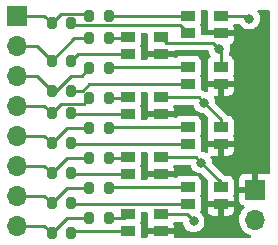
<source format=gtl>
%TF.GenerationSoftware,KiCad,Pcbnew,(6.0.0)*%
%TF.CreationDate,2022-03-13T20:48:30-04:00*%
%TF.ProjectId,dual LED board,6475616c-204c-4454-9420-626f6172642e,rev?*%
%TF.SameCoordinates,Original*%
%TF.FileFunction,Copper,L1,Top*%
%TF.FilePolarity,Positive*%
%FSLAX46Y46*%
G04 Gerber Fmt 4.6, Leading zero omitted, Abs format (unit mm)*
G04 Created by KiCad (PCBNEW (6.0.0)) date 2022-03-13 20:48:30*
%MOMM*%
%LPD*%
G01*
G04 APERTURE LIST*
G04 Aperture macros list*
%AMRoundRect*
0 Rectangle with rounded corners*
0 $1 Rounding radius*
0 $2 $3 $4 $5 $6 $7 $8 $9 X,Y pos of 4 corners*
0 Add a 4 corners polygon primitive as box body*
4,1,4,$2,$3,$4,$5,$6,$7,$8,$9,$2,$3,0*
0 Add four circle primitives for the rounded corners*
1,1,$1+$1,$2,$3*
1,1,$1+$1,$4,$5*
1,1,$1+$1,$6,$7*
1,1,$1+$1,$8,$9*
0 Add four rect primitives between the rounded corners*
20,1,$1+$1,$2,$3,$4,$5,0*
20,1,$1+$1,$4,$5,$6,$7,0*
20,1,$1+$1,$6,$7,$8,$9,0*
20,1,$1+$1,$8,$9,$2,$3,0*%
G04 Aperture macros list end*
%TA.AperFunction,SMDPad,CuDef*%
%ADD10RoundRect,0.200000X-0.200000X-0.275000X0.200000X-0.275000X0.200000X0.275000X-0.200000X0.275000X0*%
%TD*%
%TA.AperFunction,SMDPad,CuDef*%
%ADD11R,1.200000X0.900000*%
%TD*%
%TA.AperFunction,ComponentPad*%
%ADD12R,1.700000X1.700000*%
%TD*%
%TA.AperFunction,ComponentPad*%
%ADD13O,1.700000X1.700000*%
%TD*%
%TA.AperFunction,ViaPad*%
%ADD14C,0.800000*%
%TD*%
%TA.AperFunction,Conductor*%
%ADD15C,0.250000*%
%TD*%
G04 APERTURE END LIST*
D10*
%TO.P,R10,1*%
%TO.N,Net-(J2-Pad5)*%
X161735000Y-67945000D03*
%TO.P,R10,2*%
%TO.N,Net-(D5-Pad1)*%
X163385000Y-67945000D03*
%TD*%
D11*
%TO.P,D8,1,A1*%
%TO.N,Net-(D8-Pad1)*%
X164970000Y-75221000D03*
%TO.P,D8,2,K1*%
%TO.N,+3V3*%
X167770000Y-75221000D03*
%TO.P,D8,3,A2*%
%TO.N,GND*%
X167770000Y-76671000D03*
%TO.P,D8,4,K2*%
%TO.N,Net-(D8-Pad4)*%
X164970000Y-76671000D03*
%TD*%
%TO.P,D4,1,A1*%
%TO.N,Net-(D4-Pad1)*%
X164970000Y-65315000D03*
%TO.P,D4,2,K1*%
%TO.N,+3V3*%
X167770000Y-65315000D03*
%TO.P,D4,3,A2*%
%TO.N,GND*%
X167770000Y-66765000D03*
%TO.P,D4,4,K2*%
%TO.N,Net-(D4-Pad4)*%
X164970000Y-66765000D03*
%TD*%
D10*
%TO.P,R6,1*%
%TO.N,Net-(J2-Pad3)*%
X161735000Y-62865000D03*
%TO.P,R6,2*%
%TO.N,Net-(D3-Pad1)*%
X163385000Y-62865000D03*
%TD*%
%TO.P,R3,1*%
%TO.N,Net-(J2-Pad2)*%
X158560000Y-62230000D03*
%TO.P,R3,2*%
%TO.N,Net-(D2-Pad4)*%
X160210000Y-62230000D03*
%TD*%
D11*
%TO.P,D7,1,A1*%
%TO.N,Net-(D7-Pad1)*%
X170050000Y-72935000D03*
%TO.P,D7,2,K1*%
%TO.N,+3V3*%
X172850000Y-72935000D03*
%TO.P,D7,3,A2*%
%TO.N,GND*%
X172850000Y-74385000D03*
%TO.P,D7,4,K2*%
%TO.N,Net-(D7-Pad4)*%
X170050000Y-74385000D03*
%TD*%
%TO.P,D5,1,A1*%
%TO.N,Net-(D5-Pad1)*%
X170050000Y-67855000D03*
%TO.P,D5,2,K1*%
%TO.N,+3V3*%
X172850000Y-67855000D03*
%TO.P,D5,3,A2*%
%TO.N,GND*%
X172850000Y-69305000D03*
%TO.P,D5,4,K2*%
%TO.N,Net-(D5-Pad4)*%
X170050000Y-69305000D03*
%TD*%
D10*
%TO.P,R8,1*%
%TO.N,Net-(J2-Pad4)*%
X161735000Y-65405000D03*
%TO.P,R8,2*%
%TO.N,Net-(D4-Pad1)*%
X163385000Y-65405000D03*
%TD*%
D12*
%TO.P,J2,1,Pin_1*%
%TO.N,Net-(J2-Pad1)*%
X155575000Y-58420000D03*
D13*
%TO.P,J2,2,Pin_2*%
%TO.N,Net-(J2-Pad2)*%
X155575000Y-60960000D03*
%TO.P,J2,3,Pin_3*%
%TO.N,Net-(J2-Pad3)*%
X155575000Y-63500000D03*
%TO.P,J2,4,Pin_4*%
%TO.N,Net-(J2-Pad4)*%
X155575000Y-66040000D03*
%TO.P,J2,5,Pin_5*%
%TO.N,Net-(J2-Pad5)*%
X155575000Y-68580000D03*
%TO.P,J2,6,Pin_6*%
%TO.N,Net-(J2-Pad6)*%
X155575000Y-71120000D03*
%TO.P,J2,7,Pin_7*%
%TO.N,Net-(J2-Pad7)*%
X155575000Y-73660000D03*
%TO.P,J2,8,Pin_8*%
%TO.N,Net-(J2-Pad8)*%
X155575000Y-76200000D03*
%TD*%
D11*
%TO.P,D6,1,A1*%
%TO.N,Net-(D6-Pad1)*%
X164970000Y-70395000D03*
%TO.P,D6,2,K1*%
%TO.N,+3V3*%
X167770000Y-70395000D03*
%TO.P,D6,3,A2*%
%TO.N,GND*%
X167770000Y-71845000D03*
%TO.P,D6,4,K2*%
%TO.N,Net-(D6-Pad4)*%
X164970000Y-71845000D03*
%TD*%
D10*
%TO.P,R2,1*%
%TO.N,Net-(J2-Pad1)*%
X161735000Y-58420000D03*
%TO.P,R2,2*%
%TO.N,Net-(D1-Pad1)*%
X163385000Y-58420000D03*
%TD*%
%TO.P,R15,1*%
%TO.N,Net-(J2-Pad8)*%
X158560000Y-76835000D03*
%TO.P,R15,2*%
%TO.N,Net-(D8-Pad4)*%
X160210000Y-76835000D03*
%TD*%
%TO.P,R12,1*%
%TO.N,Net-(J2-Pad6)*%
X161735000Y-70485000D03*
%TO.P,R12,2*%
%TO.N,Net-(D6-Pad1)*%
X163385000Y-70485000D03*
%TD*%
%TO.P,R5,1*%
%TO.N,Net-(J2-Pad3)*%
X158560000Y-64770000D03*
%TO.P,R5,2*%
%TO.N,Net-(D3-Pad4)*%
X160210000Y-64770000D03*
%TD*%
%TO.P,R13,1*%
%TO.N,Net-(J2-Pad7)*%
X158560000Y-74295000D03*
%TO.P,R13,2*%
%TO.N,Net-(D7-Pad4)*%
X160210000Y-74295000D03*
%TD*%
%TO.P,R16,1*%
%TO.N,Net-(J2-Pad8)*%
X161735000Y-75565000D03*
%TO.P,R16,2*%
%TO.N,Net-(D8-Pad1)*%
X163385000Y-75565000D03*
%TD*%
D11*
%TO.P,D3,1,A1*%
%TO.N,Net-(D3-Pad1)*%
X170050000Y-62775000D03*
%TO.P,D3,2,K1*%
%TO.N,+3V3*%
X172850000Y-62775000D03*
%TO.P,D3,3,A2*%
%TO.N,GND*%
X172850000Y-64225000D03*
%TO.P,D3,4,K2*%
%TO.N,Net-(D3-Pad4)*%
X170050000Y-64225000D03*
%TD*%
D10*
%TO.P,R7,1*%
%TO.N,Net-(J2-Pad4)*%
X158560000Y-66675000D03*
%TO.P,R7,2*%
%TO.N,Net-(D4-Pad4)*%
X160210000Y-66675000D03*
%TD*%
%TO.P,R14,1*%
%TO.N,Net-(J2-Pad7)*%
X161735000Y-73025000D03*
%TO.P,R14,2*%
%TO.N,Net-(D7-Pad1)*%
X163385000Y-73025000D03*
%TD*%
%TO.P,R9,1*%
%TO.N,Net-(J2-Pad5)*%
X158560000Y-69215000D03*
%TO.P,R9,2*%
%TO.N,Net-(D5-Pad4)*%
X160210000Y-69215000D03*
%TD*%
D12*
%TO.P,J1,1,Pin_1*%
%TO.N,GND*%
X175768000Y-73147000D03*
D13*
%TO.P,J1,2,Pin_2*%
%TO.N,+3V3*%
X175768000Y-75687000D03*
%TD*%
D11*
%TO.P,D2,1,A1*%
%TO.N,Net-(D2-Pad1)*%
X164970000Y-60235000D03*
%TO.P,D2,2,K1*%
%TO.N,+3V3*%
X167770000Y-60235000D03*
%TO.P,D2,3,A2*%
%TO.N,GND*%
X167770000Y-61685000D03*
%TO.P,D2,4,K2*%
%TO.N,Net-(D2-Pad4)*%
X164970000Y-61685000D03*
%TD*%
D10*
%TO.P,R11,1*%
%TO.N,Net-(J2-Pad6)*%
X158560000Y-71755000D03*
%TO.P,R11,2*%
%TO.N,Net-(D6-Pad4)*%
X160210000Y-71755000D03*
%TD*%
%TO.P,R1,1*%
%TO.N,Net-(J2-Pad1)*%
X158560000Y-59055000D03*
%TO.P,R1,2*%
%TO.N,Net-(D1-Pad4)*%
X160210000Y-59055000D03*
%TD*%
D11*
%TO.P,D1,1,A1*%
%TO.N,Net-(D1-Pad1)*%
X170050000Y-58457000D03*
%TO.P,D1,2,K1*%
%TO.N,+3V3*%
X172850000Y-58457000D03*
%TO.P,D1,3,A2*%
%TO.N,GND*%
X172850000Y-59907000D03*
%TO.P,D1,4,K2*%
%TO.N,Net-(D1-Pad4)*%
X170050000Y-59907000D03*
%TD*%
D10*
%TO.P,R4,1*%
%TO.N,Net-(J2-Pad2)*%
X161735000Y-60325000D03*
%TO.P,R4,2*%
%TO.N,Net-(D2-Pad1)*%
X163385000Y-60325000D03*
%TD*%
D14*
%TO.N,+3V3*%
X170561000Y-75819000D03*
X172720000Y-61214000D03*
X171196000Y-70866000D03*
X175260000Y-58674000D03*
X171450000Y-65786000D03*
%TD*%
D15*
%TO.N,Net-(D1-Pad1)*%
X163385000Y-58420000D02*
X163422000Y-58457000D01*
X163422000Y-58457000D02*
X170050000Y-58457000D01*
%TO.N,+3V3*%
X172850000Y-67186000D02*
X171450000Y-65786000D01*
X172850000Y-61344000D02*
X172720000Y-61214000D01*
X172850000Y-72935000D02*
X172850000Y-72520000D01*
X169963000Y-75221000D02*
X170561000Y-75819000D01*
X167770000Y-75221000D02*
X169963000Y-75221000D01*
X172850000Y-58457000D02*
X175043000Y-58457000D01*
X170979000Y-65315000D02*
X171450000Y-65786000D01*
X170725000Y-70395000D02*
X171196000Y-70866000D01*
X168241000Y-60706000D02*
X167770000Y-60235000D01*
X175043000Y-58457000D02*
X175260000Y-58674000D01*
X172850000Y-67855000D02*
X172850000Y-67186000D01*
X172850000Y-72520000D02*
X171196000Y-70866000D01*
X167770000Y-70395000D02*
X170725000Y-70395000D01*
X172720000Y-61214000D02*
X172212000Y-60706000D01*
X167770000Y-65315000D02*
X170979000Y-65315000D01*
X172212000Y-60706000D02*
X168241000Y-60706000D01*
X172850000Y-62775000D02*
X172850000Y-61344000D01*
%TO.N,Net-(D1-Pad4)*%
X160374520Y-59219520D02*
X169362520Y-59219520D01*
X160210000Y-59055000D02*
X160374520Y-59219520D01*
X169362520Y-59219520D02*
X170050000Y-59907000D01*
%TO.N,Net-(D2-Pad1)*%
X163385000Y-60325000D02*
X164880000Y-60325000D01*
X164880000Y-60325000D02*
X164970000Y-60235000D01*
%TO.N,Net-(D2-Pad4)*%
X160755000Y-61685000D02*
X164970000Y-61685000D01*
X160210000Y-62230000D02*
X160755000Y-61685000D01*
%TO.N,Net-(D3-Pad1)*%
X163475000Y-62775000D02*
X170050000Y-62775000D01*
X163385000Y-62865000D02*
X163475000Y-62775000D01*
%TO.N,Net-(D3-Pad4)*%
X161698217Y-64225000D02*
X170050000Y-64225000D01*
X161153217Y-64770000D02*
X161698217Y-64225000D01*
X160210000Y-64770000D02*
X161153217Y-64770000D01*
%TO.N,Net-(D4-Pad1)*%
X163385000Y-65405000D02*
X164880000Y-65405000D01*
X164880000Y-65405000D02*
X164970000Y-65315000D01*
%TO.N,Net-(D4-Pad4)*%
X164970000Y-66765000D02*
X160300000Y-66765000D01*
X160300000Y-66765000D02*
X160210000Y-66675000D01*
%TO.N,Net-(D5-Pad1)*%
X163385000Y-67945000D02*
X163475000Y-67855000D01*
X163475000Y-67855000D02*
X170050000Y-67855000D01*
%TO.N,Net-(D5-Pad4)*%
X160300000Y-69305000D02*
X170050000Y-69305000D01*
X160210000Y-69215000D02*
X160300000Y-69305000D01*
%TO.N,Net-(D6-Pad1)*%
X163385000Y-70485000D02*
X164880000Y-70485000D01*
X164880000Y-70485000D02*
X164970000Y-70395000D01*
%TO.N,Net-(D6-Pad4)*%
X160300000Y-71845000D02*
X164970000Y-71845000D01*
X160210000Y-71755000D02*
X160300000Y-71845000D01*
%TO.N,Net-(D7-Pad1)*%
X163385000Y-73025000D02*
X163475000Y-72935000D01*
X163475000Y-72935000D02*
X170050000Y-72935000D01*
%TO.N,Net-(D7-Pad4)*%
X160300000Y-74385000D02*
X170050000Y-74385000D01*
X160210000Y-74295000D02*
X160300000Y-74385000D01*
%TO.N,Net-(D8-Pad1)*%
X164626000Y-75565000D02*
X164970000Y-75221000D01*
X163385000Y-75565000D02*
X164626000Y-75565000D01*
%TO.N,Net-(D8-Pad4)*%
X160210000Y-76835000D02*
X160374000Y-76671000D01*
X160374000Y-76671000D02*
X164970000Y-76671000D01*
%TO.N,Net-(J2-Pad1)*%
X157925000Y-58420000D02*
X158560000Y-59055000D01*
X158560000Y-59055000D02*
X159359520Y-58255480D01*
X155575000Y-58420000D02*
X157925000Y-58420000D01*
X161570480Y-58255480D02*
X161735000Y-58420000D01*
X159359520Y-58255480D02*
X161570480Y-58255480D01*
%TO.N,Net-(J2-Pad2)*%
X155575000Y-60960000D02*
X157290000Y-60960000D01*
X160465000Y-60325000D02*
X161735000Y-60325000D01*
X157290000Y-60960000D02*
X158560000Y-62230000D01*
X158560000Y-62230000D02*
X160465000Y-60325000D01*
%TO.N,Net-(J2-Pad3)*%
X158560000Y-64770000D02*
X158886783Y-64770000D01*
X155575000Y-63500000D02*
X157290000Y-63500000D01*
X160156783Y-63500000D02*
X161100000Y-63500000D01*
X161100000Y-63500000D02*
X161735000Y-62865000D01*
X158886783Y-64770000D02*
X160156783Y-63500000D01*
X157290000Y-63500000D02*
X158560000Y-64770000D01*
%TO.N,Net-(J2-Pad4)*%
X159359520Y-65875480D02*
X161264520Y-65875480D01*
X157925000Y-66040000D02*
X158560000Y-66675000D01*
X161264520Y-65875480D02*
X161735000Y-65405000D01*
X155575000Y-66040000D02*
X157925000Y-66040000D01*
X158560000Y-66675000D02*
X159359520Y-65875480D01*
%TO.N,Net-(J2-Pad5)*%
X155575000Y-68580000D02*
X157925000Y-68580000D01*
X157925000Y-68580000D02*
X158560000Y-69215000D01*
X159830000Y-67945000D02*
X161735000Y-67945000D01*
X158560000Y-69215000D02*
X159830000Y-67945000D01*
%TO.N,Net-(J2-Pad6)*%
X155575000Y-71120000D02*
X157925000Y-71120000D01*
X157925000Y-71120000D02*
X158560000Y-71755000D01*
X159830000Y-70485000D02*
X161735000Y-70485000D01*
X158560000Y-71755000D02*
X159830000Y-70485000D01*
%TO.N,Net-(J2-Pad7)*%
X155575000Y-73660000D02*
X157925000Y-73660000D01*
X158560000Y-74295000D02*
X159830000Y-73025000D01*
X159830000Y-73025000D02*
X161735000Y-73025000D01*
X157925000Y-73660000D02*
X158560000Y-74295000D01*
%TO.N,Net-(J2-Pad8)*%
X155575000Y-76200000D02*
X157925000Y-76200000D01*
X158560000Y-76835000D02*
X159830000Y-75565000D01*
X157925000Y-76200000D02*
X158560000Y-76835000D01*
X159830000Y-75565000D02*
X161735000Y-75565000D01*
%TD*%
%TA.AperFunction,Conductor*%
%TO.N,GND*%
G36*
X171683621Y-57932002D02*
G01*
X171730114Y-57985658D01*
X171741500Y-58038000D01*
X171741500Y-58955134D01*
X171748255Y-59017316D01*
X171751027Y-59024712D01*
X171751029Y-59024718D01*
X171793678Y-59138483D01*
X171798861Y-59209290D01*
X171793678Y-59226941D01*
X171751522Y-59339391D01*
X171747895Y-59354649D01*
X171742369Y-59405514D01*
X171742000Y-59412328D01*
X171742000Y-59634885D01*
X171746475Y-59650124D01*
X171747865Y-59651329D01*
X171755548Y-59653000D01*
X173939884Y-59653000D01*
X173955123Y-59648525D01*
X173956328Y-59647135D01*
X173957999Y-59639452D01*
X173957999Y-59412331D01*
X173957629Y-59405510D01*
X173952105Y-59354648D01*
X173948479Y-59339397D01*
X173918988Y-59260730D01*
X173913805Y-59189923D01*
X173947726Y-59127554D01*
X174009981Y-59093424D01*
X174036970Y-59090500D01*
X174378675Y-59090500D01*
X174446796Y-59110502D01*
X174487794Y-59153499D01*
X174520960Y-59210944D01*
X174525378Y-59215851D01*
X174525379Y-59215852D01*
X174617474Y-59318134D01*
X174648747Y-59352866D01*
X174725658Y-59408745D01*
X174787131Y-59453408D01*
X174803248Y-59465118D01*
X174809276Y-59467802D01*
X174809278Y-59467803D01*
X174935255Y-59523891D01*
X174977712Y-59542794D01*
X175071112Y-59562647D01*
X175158056Y-59581128D01*
X175158061Y-59581128D01*
X175164513Y-59582500D01*
X175355487Y-59582500D01*
X175361939Y-59581128D01*
X175361944Y-59581128D01*
X175448888Y-59562647D01*
X175542288Y-59542794D01*
X175584745Y-59523891D01*
X175710722Y-59467803D01*
X175710724Y-59467802D01*
X175716752Y-59465118D01*
X175732870Y-59453408D01*
X175794342Y-59408745D01*
X175871253Y-59352866D01*
X175902526Y-59318134D01*
X175994621Y-59215852D01*
X175994622Y-59215851D01*
X175999040Y-59210944D01*
X176094527Y-59045556D01*
X176153542Y-58863928D01*
X176173504Y-58674000D01*
X176153542Y-58484072D01*
X176094527Y-58302444D01*
X175999040Y-58137056D01*
X175985762Y-58122309D01*
X175955045Y-58058301D01*
X175963810Y-57987848D01*
X176009274Y-57933317D01*
X176079399Y-57912000D01*
X176912000Y-57912000D01*
X176980121Y-57932002D01*
X177026614Y-57985658D01*
X177038000Y-58038000D01*
X177038000Y-71730657D01*
X177017998Y-71798778D01*
X176964342Y-71845271D01*
X176894068Y-71855375D01*
X176864904Y-71845650D01*
X176864462Y-71846828D01*
X176735606Y-71798522D01*
X176720351Y-71794895D01*
X176669486Y-71789369D01*
X176662672Y-71789000D01*
X176040115Y-71789000D01*
X176024876Y-71793475D01*
X176023671Y-71794865D01*
X176022000Y-71802548D01*
X176022000Y-73275000D01*
X176001998Y-73343121D01*
X175948342Y-73389614D01*
X175896000Y-73401000D01*
X174428116Y-73401000D01*
X174412877Y-73405475D01*
X174411672Y-73406865D01*
X174410001Y-73414548D01*
X174410001Y-74041669D01*
X174410371Y-74048490D01*
X174415895Y-74099352D01*
X174419521Y-74114604D01*
X174464676Y-74235054D01*
X174473214Y-74250649D01*
X174549715Y-74352724D01*
X174562276Y-74365285D01*
X174664351Y-74441786D01*
X174679946Y-74450324D01*
X174788827Y-74491142D01*
X174845591Y-74533784D01*
X174870291Y-74600345D01*
X174855083Y-74669694D01*
X174835691Y-74696175D01*
X174730263Y-74806499D01*
X174708629Y-74829138D01*
X174582743Y-75013680D01*
X174547944Y-75088649D01*
X174493068Y-75206870D01*
X174488688Y-75216305D01*
X174428989Y-75431570D01*
X174405251Y-75653695D01*
X174405548Y-75658848D01*
X174405548Y-75658851D01*
X174410435Y-75743602D01*
X174418110Y-75876715D01*
X174419247Y-75881761D01*
X174419248Y-75881767D01*
X174429703Y-75928158D01*
X174467222Y-76094639D01*
X174551266Y-76301616D01*
X174667987Y-76492088D01*
X174814250Y-76660938D01*
X174986126Y-76803632D01*
X175179000Y-76916338D01*
X175183825Y-76918180D01*
X175183826Y-76918181D01*
X175325523Y-76972290D01*
X175382026Y-77015278D01*
X175406319Y-77081989D01*
X175390689Y-77151244D01*
X175340098Y-77201054D01*
X175280574Y-77216000D01*
X169004000Y-77216000D01*
X168935879Y-77195998D01*
X168889386Y-77142342D01*
X168878000Y-77090000D01*
X168878000Y-76943115D01*
X168873525Y-76927876D01*
X168872135Y-76926671D01*
X168864452Y-76925000D01*
X166680116Y-76925000D01*
X166664877Y-76929475D01*
X166663672Y-76930865D01*
X166662001Y-76938548D01*
X166662001Y-77090000D01*
X166641999Y-77158121D01*
X166588343Y-77204614D01*
X166536001Y-77216000D01*
X166204500Y-77216000D01*
X166136379Y-77195998D01*
X166089886Y-77142342D01*
X166078500Y-77090000D01*
X166078500Y-76172866D01*
X166071745Y-76110684D01*
X166068973Y-76103288D01*
X166068971Y-76103282D01*
X166026589Y-75990229D01*
X166021406Y-75919422D01*
X166026589Y-75901771D01*
X166068971Y-75788718D01*
X166068973Y-75788712D01*
X166071745Y-75781316D01*
X166078500Y-75719134D01*
X166078500Y-75144500D01*
X166098502Y-75076379D01*
X166152158Y-75029886D01*
X166204500Y-75018500D01*
X166535500Y-75018500D01*
X166603621Y-75038502D01*
X166650114Y-75092158D01*
X166661500Y-75144500D01*
X166661500Y-75719134D01*
X166668255Y-75781316D01*
X166671027Y-75788712D01*
X166671029Y-75788718D01*
X166713678Y-75902483D01*
X166718861Y-75973290D01*
X166713678Y-75990941D01*
X166671522Y-76103391D01*
X166667895Y-76118649D01*
X166662369Y-76169514D01*
X166662000Y-76176328D01*
X166662000Y-76398885D01*
X166666475Y-76414124D01*
X166667865Y-76415329D01*
X166675548Y-76417000D01*
X168859884Y-76417000D01*
X168875123Y-76412525D01*
X168876328Y-76411135D01*
X168877999Y-76403452D01*
X168877999Y-76176331D01*
X168877629Y-76169510D01*
X168872105Y-76118648D01*
X168868479Y-76103397D01*
X168838988Y-76024730D01*
X168833805Y-75953923D01*
X168867726Y-75891554D01*
X168929981Y-75857424D01*
X168956970Y-75854500D01*
X169537776Y-75854500D01*
X169605897Y-75874502D01*
X169652390Y-75928158D01*
X169663086Y-75967329D01*
X169667458Y-76008928D01*
X169726473Y-76190556D01*
X169821960Y-76355944D01*
X169826378Y-76360851D01*
X169826379Y-76360852D01*
X169944544Y-76492088D01*
X169949747Y-76497866D01*
X170104248Y-76610118D01*
X170110276Y-76612802D01*
X170110278Y-76612803D01*
X170272681Y-76685109D01*
X170278712Y-76687794D01*
X170372113Y-76707647D01*
X170459056Y-76726128D01*
X170459061Y-76726128D01*
X170465513Y-76727500D01*
X170656487Y-76727500D01*
X170662939Y-76726128D01*
X170662944Y-76726128D01*
X170749887Y-76707647D01*
X170843288Y-76687794D01*
X170849319Y-76685109D01*
X171011722Y-76612803D01*
X171011724Y-76612802D01*
X171017752Y-76610118D01*
X171172253Y-76497866D01*
X171177456Y-76492088D01*
X171295621Y-76360852D01*
X171295622Y-76360851D01*
X171300040Y-76355944D01*
X171395527Y-76190556D01*
X171454542Y-76008928D01*
X171456433Y-75990941D01*
X171473814Y-75825565D01*
X171474504Y-75819000D01*
X171466728Y-75745016D01*
X171455232Y-75635635D01*
X171455232Y-75635633D01*
X171454542Y-75629072D01*
X171395527Y-75447444D01*
X171300040Y-75282056D01*
X171288962Y-75269752D01*
X171176675Y-75145045D01*
X171176674Y-75145044D01*
X171172253Y-75140134D01*
X171166908Y-75136250D01*
X171165870Y-75135316D01*
X171128632Y-75074870D01*
X171132200Y-74997451D01*
X171134482Y-74991364D01*
X171151745Y-74945316D01*
X171158500Y-74883134D01*
X171158500Y-74879669D01*
X171742001Y-74879669D01*
X171742371Y-74886490D01*
X171747895Y-74937352D01*
X171751521Y-74952604D01*
X171796676Y-75073054D01*
X171805214Y-75088649D01*
X171881715Y-75190724D01*
X171894276Y-75203285D01*
X171996351Y-75279786D01*
X172011946Y-75288324D01*
X172132394Y-75333478D01*
X172147649Y-75337105D01*
X172198514Y-75342631D01*
X172205328Y-75343000D01*
X172577885Y-75343000D01*
X172593124Y-75338525D01*
X172594329Y-75337135D01*
X172596000Y-75329452D01*
X172596000Y-75324884D01*
X173104000Y-75324884D01*
X173108475Y-75340123D01*
X173109865Y-75341328D01*
X173117548Y-75342999D01*
X173494669Y-75342999D01*
X173501490Y-75342629D01*
X173552352Y-75337105D01*
X173567604Y-75333479D01*
X173688054Y-75288324D01*
X173703649Y-75279786D01*
X173805724Y-75203285D01*
X173818285Y-75190724D01*
X173894786Y-75088649D01*
X173903324Y-75073054D01*
X173948478Y-74952606D01*
X173952105Y-74937351D01*
X173957631Y-74886486D01*
X173958000Y-74879672D01*
X173958000Y-74657115D01*
X173953525Y-74641876D01*
X173952135Y-74640671D01*
X173944452Y-74639000D01*
X173122115Y-74639000D01*
X173106876Y-74643475D01*
X173105671Y-74644865D01*
X173104000Y-74652548D01*
X173104000Y-75324884D01*
X172596000Y-75324884D01*
X172596000Y-74657115D01*
X172591525Y-74641876D01*
X172590135Y-74640671D01*
X172582452Y-74639000D01*
X171760116Y-74639000D01*
X171744877Y-74643475D01*
X171743672Y-74644865D01*
X171742001Y-74652548D01*
X171742001Y-74879669D01*
X171158500Y-74879669D01*
X171158500Y-73886866D01*
X171151745Y-73824684D01*
X171148973Y-73817288D01*
X171148971Y-73817282D01*
X171106589Y-73704229D01*
X171101406Y-73633422D01*
X171106589Y-73615771D01*
X171148971Y-73502718D01*
X171148973Y-73502712D01*
X171151745Y-73495316D01*
X171158500Y-73433134D01*
X171158500Y-72436866D01*
X171151745Y-72374684D01*
X171100615Y-72238295D01*
X171013261Y-72121739D01*
X170896705Y-72034385D01*
X170760316Y-71983255D01*
X170698134Y-71976500D01*
X169401866Y-71976500D01*
X169339684Y-71983255D01*
X169203295Y-72034385D01*
X169086739Y-72121739D01*
X169081358Y-72128919D01*
X169076999Y-72133278D01*
X169014687Y-72167304D01*
X168943872Y-72162239D01*
X168887036Y-72119692D01*
X168881636Y-72108904D01*
X168872135Y-72100671D01*
X168864452Y-72099000D01*
X166680116Y-72099000D01*
X166664877Y-72103475D01*
X166663672Y-72104865D01*
X166662001Y-72112548D01*
X166662001Y-72175500D01*
X166641999Y-72243621D01*
X166588343Y-72290114D01*
X166536001Y-72301500D01*
X166204500Y-72301500D01*
X166136379Y-72281498D01*
X166089886Y-72227842D01*
X166078500Y-72175500D01*
X166078500Y-71346866D01*
X166071745Y-71284684D01*
X166068973Y-71277288D01*
X166068971Y-71277282D01*
X166026589Y-71164229D01*
X166021406Y-71093422D01*
X166026589Y-71075771D01*
X166068971Y-70962718D01*
X166068973Y-70962712D01*
X166071745Y-70955316D01*
X166078500Y-70893134D01*
X166078500Y-70064500D01*
X166098502Y-69996379D01*
X166152158Y-69949886D01*
X166204500Y-69938500D01*
X166535500Y-69938500D01*
X166603621Y-69958502D01*
X166650114Y-70012158D01*
X166661500Y-70064500D01*
X166661500Y-70893134D01*
X166668255Y-70955316D01*
X166671027Y-70962712D01*
X166671029Y-70962718D01*
X166713678Y-71076483D01*
X166718861Y-71147290D01*
X166713678Y-71164941D01*
X166671522Y-71277391D01*
X166667895Y-71292649D01*
X166662369Y-71343514D01*
X166662000Y-71350328D01*
X166662000Y-71572885D01*
X166666475Y-71588124D01*
X166667865Y-71589329D01*
X166675548Y-71591000D01*
X168859884Y-71591000D01*
X168875123Y-71586525D01*
X168876328Y-71585135D01*
X168877999Y-71577452D01*
X168877999Y-71350331D01*
X168877629Y-71343510D01*
X168872105Y-71292648D01*
X168868479Y-71277397D01*
X168838988Y-71198730D01*
X168833805Y-71127923D01*
X168867726Y-71065554D01*
X168929981Y-71031424D01*
X168956970Y-71028500D01*
X170202002Y-71028500D01*
X170270123Y-71048502D01*
X170316616Y-71102158D01*
X170321835Y-71115564D01*
X170361473Y-71237556D01*
X170456960Y-71402944D01*
X170584747Y-71544866D01*
X170739248Y-71657118D01*
X170745276Y-71659802D01*
X170745278Y-71659803D01*
X170904420Y-71730657D01*
X170913712Y-71734794D01*
X171001716Y-71753500D01*
X171094056Y-71773128D01*
X171094061Y-71773128D01*
X171100513Y-71774500D01*
X171156406Y-71774500D01*
X171224527Y-71794502D01*
X171245501Y-71811405D01*
X171711498Y-72277402D01*
X171745524Y-72339714D01*
X171747666Y-72380104D01*
X171747402Y-72382540D01*
X171741500Y-72436866D01*
X171741500Y-73433134D01*
X171748255Y-73495316D01*
X171751027Y-73502712D01*
X171751029Y-73502718D01*
X171793678Y-73616483D01*
X171798861Y-73687290D01*
X171793678Y-73704941D01*
X171751522Y-73817391D01*
X171747895Y-73832649D01*
X171742369Y-73883514D01*
X171742000Y-73890328D01*
X171742000Y-74112885D01*
X171746475Y-74128124D01*
X171747865Y-74129329D01*
X171755548Y-74131000D01*
X173939884Y-74131000D01*
X173955123Y-74126525D01*
X173956328Y-74125135D01*
X173957999Y-74117452D01*
X173957999Y-73890331D01*
X173957629Y-73883510D01*
X173952105Y-73832648D01*
X173948478Y-73817394D01*
X173906322Y-73704941D01*
X173901139Y-73634134D01*
X173906322Y-73616483D01*
X173948971Y-73502718D01*
X173948973Y-73502712D01*
X173951745Y-73495316D01*
X173958500Y-73433134D01*
X173958500Y-72874885D01*
X174410000Y-72874885D01*
X174414475Y-72890124D01*
X174415865Y-72891329D01*
X174423548Y-72893000D01*
X175495885Y-72893000D01*
X175511124Y-72888525D01*
X175512329Y-72887135D01*
X175514000Y-72879452D01*
X175514000Y-71807116D01*
X175509525Y-71791877D01*
X175508135Y-71790672D01*
X175500452Y-71789001D01*
X174873331Y-71789001D01*
X174866510Y-71789371D01*
X174815648Y-71794895D01*
X174800396Y-71798521D01*
X174679946Y-71843676D01*
X174664351Y-71852214D01*
X174562276Y-71928715D01*
X174549715Y-71941276D01*
X174473214Y-72043351D01*
X174464676Y-72058946D01*
X174419522Y-72179394D01*
X174415895Y-72194649D01*
X174410369Y-72245514D01*
X174410000Y-72252328D01*
X174410000Y-72874885D01*
X173958500Y-72874885D01*
X173958500Y-72436866D01*
X173951745Y-72374684D01*
X173900615Y-72238295D01*
X173813261Y-72121739D01*
X173696705Y-72034385D01*
X173560316Y-71983255D01*
X173498134Y-71976500D01*
X173254595Y-71976500D01*
X173186474Y-71956498D01*
X173165500Y-71939595D01*
X172143122Y-70917217D01*
X172109096Y-70854905D01*
X172106907Y-70841292D01*
X172090232Y-70682635D01*
X172090232Y-70682633D01*
X172089542Y-70676072D01*
X172030527Y-70494444D01*
X171999254Y-70440278D01*
X171982517Y-70371285D01*
X172005737Y-70304193D01*
X172061544Y-70260306D01*
X172137521Y-70254698D01*
X172147643Y-70257105D01*
X172198514Y-70262631D01*
X172205328Y-70263000D01*
X172577885Y-70263000D01*
X172593124Y-70258525D01*
X172594329Y-70257135D01*
X172596000Y-70249452D01*
X172596000Y-70244884D01*
X173104000Y-70244884D01*
X173108475Y-70260123D01*
X173109865Y-70261328D01*
X173117548Y-70262999D01*
X173494669Y-70262999D01*
X173501490Y-70262629D01*
X173552352Y-70257105D01*
X173567604Y-70253479D01*
X173688054Y-70208324D01*
X173703649Y-70199786D01*
X173805724Y-70123285D01*
X173818285Y-70110724D01*
X173894786Y-70008649D01*
X173903324Y-69993054D01*
X173948478Y-69872606D01*
X173952105Y-69857351D01*
X173957631Y-69806486D01*
X173958000Y-69799672D01*
X173958000Y-69577115D01*
X173953525Y-69561876D01*
X173952135Y-69560671D01*
X173944452Y-69559000D01*
X173122115Y-69559000D01*
X173106876Y-69563475D01*
X173105671Y-69564865D01*
X173104000Y-69572548D01*
X173104000Y-70244884D01*
X172596000Y-70244884D01*
X172596000Y-69577115D01*
X172591525Y-69561876D01*
X172590135Y-69560671D01*
X172582452Y-69559000D01*
X171760116Y-69559000D01*
X171744877Y-69563475D01*
X171743672Y-69564865D01*
X171742001Y-69572548D01*
X171742001Y-69799669D01*
X171742371Y-69806490D01*
X171747895Y-69857352D01*
X171751522Y-69872606D01*
X171756727Y-69886492D01*
X171761910Y-69957299D01*
X171727989Y-70019668D01*
X171665734Y-70053797D01*
X171594910Y-70048850D01*
X171587497Y-70045828D01*
X171484323Y-69999892D01*
X171484315Y-69999889D01*
X171478288Y-69997206D01*
X171384888Y-69977353D01*
X171297944Y-69958872D01*
X171297939Y-69958872D01*
X171291487Y-69957500D01*
X171282160Y-69957500D01*
X171280642Y-69957054D01*
X171278318Y-69956810D01*
X171278363Y-69956385D01*
X171214039Y-69937498D01*
X171167546Y-69883842D01*
X171156897Y-69817894D01*
X171158131Y-69806536D01*
X171158132Y-69806526D01*
X171158500Y-69803134D01*
X171158500Y-68806866D01*
X171151745Y-68744684D01*
X171148973Y-68737288D01*
X171148971Y-68737282D01*
X171106589Y-68624229D01*
X171101406Y-68553422D01*
X171106589Y-68535771D01*
X171148971Y-68422718D01*
X171148973Y-68422712D01*
X171151745Y-68415316D01*
X171158500Y-68353134D01*
X171158500Y-67356866D01*
X171151745Y-67294684D01*
X171100615Y-67158295D01*
X171013261Y-67041739D01*
X170896705Y-66954385D01*
X170760316Y-66903255D01*
X170698134Y-66896500D01*
X169401866Y-66896500D01*
X169339684Y-66903255D01*
X169203295Y-66954385D01*
X169086739Y-67041739D01*
X169081358Y-67048919D01*
X169076999Y-67053278D01*
X169014687Y-67087304D01*
X168943872Y-67082239D01*
X168887036Y-67039692D01*
X168881636Y-67028904D01*
X168872135Y-67020671D01*
X168864452Y-67019000D01*
X166680116Y-67019000D01*
X166664877Y-67023475D01*
X166663672Y-67024865D01*
X166662001Y-67032548D01*
X166662001Y-67095500D01*
X166641999Y-67163621D01*
X166588343Y-67210114D01*
X166536001Y-67221500D01*
X166204500Y-67221500D01*
X166136379Y-67201498D01*
X166089886Y-67147842D01*
X166078500Y-67095500D01*
X166078500Y-66266866D01*
X166071745Y-66204684D01*
X166068973Y-66197288D01*
X166068971Y-66197282D01*
X166026589Y-66084229D01*
X166021406Y-66013422D01*
X166026589Y-65995771D01*
X166068971Y-65882718D01*
X166068973Y-65882712D01*
X166071745Y-65875316D01*
X166078500Y-65813134D01*
X166078500Y-64984500D01*
X166098502Y-64916379D01*
X166152158Y-64869886D01*
X166204500Y-64858500D01*
X166535500Y-64858500D01*
X166603621Y-64878502D01*
X166650114Y-64932158D01*
X166661500Y-64984500D01*
X166661500Y-65813134D01*
X166668255Y-65875316D01*
X166671027Y-65882712D01*
X166671029Y-65882718D01*
X166713678Y-65996483D01*
X166718861Y-66067290D01*
X166713678Y-66084941D01*
X166671522Y-66197391D01*
X166667895Y-66212649D01*
X166662369Y-66263514D01*
X166662000Y-66270328D01*
X166662000Y-66492885D01*
X166666475Y-66508124D01*
X166667865Y-66509329D01*
X166675548Y-66511000D01*
X168859884Y-66511000D01*
X168875123Y-66506525D01*
X168876328Y-66505135D01*
X168877999Y-66497452D01*
X168877999Y-66270331D01*
X168877629Y-66263510D01*
X168872105Y-66212648D01*
X168868479Y-66197397D01*
X168838988Y-66118730D01*
X168833805Y-66047923D01*
X168867726Y-65985554D01*
X168929981Y-65951424D01*
X168956970Y-65948500D01*
X170456002Y-65948500D01*
X170524123Y-65968502D01*
X170570616Y-66022158D01*
X170575835Y-66035564D01*
X170615473Y-66157556D01*
X170710960Y-66322944D01*
X170838747Y-66464866D01*
X170993248Y-66577118D01*
X170999276Y-66579802D01*
X170999278Y-66579803D01*
X171161681Y-66652109D01*
X171167712Y-66654794D01*
X171255716Y-66673500D01*
X171348056Y-66693128D01*
X171348061Y-66693128D01*
X171354513Y-66694500D01*
X171410405Y-66694500D01*
X171478526Y-66714502D01*
X171499501Y-66731405D01*
X171778483Y-67010388D01*
X171812508Y-67072700D01*
X171807443Y-67143516D01*
X171802717Y-67153849D01*
X171799385Y-67158295D01*
X171796234Y-67166701D01*
X171796232Y-67166704D01*
X171775690Y-67221500D01*
X171748255Y-67294684D01*
X171741500Y-67356866D01*
X171741500Y-68353134D01*
X171748255Y-68415316D01*
X171751027Y-68422712D01*
X171751029Y-68422718D01*
X171793678Y-68536483D01*
X171798861Y-68607290D01*
X171793678Y-68624941D01*
X171751522Y-68737391D01*
X171747895Y-68752649D01*
X171742369Y-68803514D01*
X171742000Y-68810328D01*
X171742000Y-69032885D01*
X171746475Y-69048124D01*
X171747865Y-69049329D01*
X171755548Y-69051000D01*
X173939884Y-69051000D01*
X173955123Y-69046525D01*
X173956328Y-69045135D01*
X173957999Y-69037452D01*
X173957999Y-68810331D01*
X173957629Y-68803510D01*
X173952105Y-68752648D01*
X173948478Y-68737394D01*
X173906322Y-68624941D01*
X173901139Y-68554134D01*
X173906322Y-68536483D01*
X173948971Y-68422718D01*
X173948973Y-68422712D01*
X173951745Y-68415316D01*
X173958500Y-68353134D01*
X173958500Y-67356866D01*
X173951745Y-67294684D01*
X173900615Y-67158295D01*
X173813261Y-67041739D01*
X173696705Y-66954385D01*
X173560316Y-66903255D01*
X173498134Y-66896500D01*
X173486916Y-66896500D01*
X173418795Y-66876498D01*
X173384990Y-66844575D01*
X173383575Y-66842628D01*
X173377048Y-66832693D01*
X173358580Y-66801465D01*
X173358578Y-66801462D01*
X173354542Y-66794638D01*
X173340221Y-66780317D01*
X173327380Y-66765283D01*
X173320131Y-66755306D01*
X173315472Y-66748893D01*
X173281395Y-66720702D01*
X173272616Y-66712712D01*
X172397122Y-65837218D01*
X172363096Y-65774906D01*
X172360907Y-65761293D01*
X172344232Y-65602635D01*
X172344232Y-65602633D01*
X172343542Y-65596072D01*
X172284527Y-65414444D01*
X172260022Y-65372000D01*
X172243284Y-65303005D01*
X172266505Y-65235913D01*
X172322312Y-65192026D01*
X172369141Y-65183000D01*
X172577885Y-65183000D01*
X172593124Y-65178525D01*
X172594329Y-65177135D01*
X172596000Y-65169452D01*
X172596000Y-65164884D01*
X173104000Y-65164884D01*
X173108475Y-65180123D01*
X173109865Y-65181328D01*
X173117548Y-65182999D01*
X173494669Y-65182999D01*
X173501490Y-65182629D01*
X173552352Y-65177105D01*
X173567604Y-65173479D01*
X173688054Y-65128324D01*
X173703649Y-65119786D01*
X173805724Y-65043285D01*
X173818285Y-65030724D01*
X173894786Y-64928649D01*
X173903324Y-64913054D01*
X173948478Y-64792606D01*
X173952105Y-64777351D01*
X173957631Y-64726486D01*
X173958000Y-64719672D01*
X173958000Y-64497115D01*
X173953525Y-64481876D01*
X173952135Y-64480671D01*
X173944452Y-64479000D01*
X173122115Y-64479000D01*
X173106876Y-64483475D01*
X173105671Y-64484865D01*
X173104000Y-64492548D01*
X173104000Y-65164884D01*
X172596000Y-65164884D01*
X172596000Y-64497115D01*
X172591525Y-64481876D01*
X172590135Y-64480671D01*
X172582452Y-64479000D01*
X171760116Y-64479000D01*
X171744877Y-64483475D01*
X171743672Y-64484865D01*
X171742001Y-64492548D01*
X171742001Y-64719669D01*
X171742371Y-64726490D01*
X171745018Y-64750866D01*
X171732489Y-64820748D01*
X171684167Y-64872763D01*
X171615395Y-64890396D01*
X171593558Y-64887717D01*
X171551953Y-64878873D01*
X171551940Y-64878872D01*
X171545487Y-64877500D01*
X171489595Y-64877500D01*
X171421474Y-64857498D01*
X171404762Y-64844030D01*
X171404539Y-64844283D01*
X171401574Y-64841669D01*
X171398770Y-64838865D01*
X171395573Y-64836385D01*
X171386551Y-64828680D01*
X171378104Y-64820748D01*
X171354321Y-64798414D01*
X171347375Y-64794595D01*
X171347372Y-64794593D01*
X171336566Y-64788652D01*
X171320047Y-64777801D01*
X171312306Y-64771797D01*
X171304041Y-64765386D01*
X171296772Y-64762241D01*
X171296768Y-64762238D01*
X171263463Y-64747826D01*
X171252813Y-64742609D01*
X171223799Y-64726659D01*
X171173741Y-64676316D01*
X171158500Y-64616245D01*
X171158500Y-63726866D01*
X171151745Y-63664684D01*
X171148973Y-63657288D01*
X171148971Y-63657282D01*
X171106589Y-63544229D01*
X171101406Y-63473422D01*
X171106589Y-63455771D01*
X171148971Y-63342718D01*
X171148973Y-63342712D01*
X171151745Y-63335316D01*
X171158500Y-63273134D01*
X171158500Y-62276866D01*
X171151745Y-62214684D01*
X171100615Y-62078295D01*
X171013261Y-61961739D01*
X170896705Y-61874385D01*
X170760316Y-61823255D01*
X170698134Y-61816500D01*
X169401866Y-61816500D01*
X169339684Y-61823255D01*
X169203295Y-61874385D01*
X169086739Y-61961739D01*
X169081358Y-61968919D01*
X169076999Y-61973278D01*
X169014687Y-62007304D01*
X168943872Y-62002239D01*
X168887036Y-61959692D01*
X168881636Y-61948904D01*
X168872135Y-61940671D01*
X168864452Y-61939000D01*
X166680116Y-61939000D01*
X166664877Y-61943475D01*
X166663672Y-61944865D01*
X166662001Y-61952548D01*
X166662001Y-62015500D01*
X166641999Y-62083621D01*
X166588343Y-62130114D01*
X166536001Y-62141500D01*
X166204500Y-62141500D01*
X166136379Y-62121498D01*
X166089886Y-62067842D01*
X166078500Y-62015500D01*
X166078500Y-61186866D01*
X166071745Y-61124684D01*
X166068973Y-61117288D01*
X166068971Y-61117282D01*
X166026589Y-61004229D01*
X166021406Y-60933422D01*
X166026589Y-60915771D01*
X166068971Y-60802718D01*
X166068973Y-60802712D01*
X166071745Y-60795316D01*
X166078500Y-60733134D01*
X166078500Y-59979020D01*
X166098502Y-59910899D01*
X166152158Y-59864406D01*
X166204500Y-59853020D01*
X166535500Y-59853020D01*
X166603621Y-59873022D01*
X166650114Y-59926678D01*
X166661500Y-59979020D01*
X166661500Y-60733134D01*
X166668255Y-60795316D01*
X166671027Y-60802712D01*
X166671029Y-60802718D01*
X166713678Y-60916483D01*
X166718861Y-60987290D01*
X166713678Y-61004941D01*
X166671522Y-61117391D01*
X166667895Y-61132649D01*
X166662369Y-61183514D01*
X166662000Y-61190328D01*
X166662000Y-61412885D01*
X166666475Y-61428124D01*
X166667865Y-61429329D01*
X166675548Y-61431000D01*
X168859884Y-61431000D01*
X168875123Y-61426525D01*
X168888393Y-61411211D01*
X168907397Y-61376406D01*
X168969709Y-61342380D01*
X168996494Y-61339500D01*
X171713980Y-61339500D01*
X171782101Y-61359502D01*
X171828594Y-61413158D01*
X171833813Y-61426563D01*
X171885473Y-61585556D01*
X171888776Y-61591278D01*
X171888777Y-61591279D01*
X171980960Y-61750944D01*
X171978577Y-61752320D01*
X171998342Y-61807740D01*
X171982253Y-61876889D01*
X171948114Y-61915741D01*
X171886739Y-61961739D01*
X171799385Y-62078295D01*
X171748255Y-62214684D01*
X171741500Y-62276866D01*
X171741500Y-63273134D01*
X171748255Y-63335316D01*
X171751027Y-63342712D01*
X171751029Y-63342718D01*
X171793678Y-63456483D01*
X171798861Y-63527290D01*
X171793678Y-63544941D01*
X171751522Y-63657391D01*
X171747895Y-63672649D01*
X171742369Y-63723514D01*
X171742000Y-63730328D01*
X171742000Y-63952885D01*
X171746475Y-63968124D01*
X171747865Y-63969329D01*
X171755548Y-63971000D01*
X173939884Y-63971000D01*
X173955123Y-63966525D01*
X173956328Y-63965135D01*
X173957999Y-63957452D01*
X173957999Y-63730331D01*
X173957629Y-63723510D01*
X173952105Y-63672648D01*
X173948478Y-63657394D01*
X173906322Y-63544941D01*
X173901139Y-63474134D01*
X173906322Y-63456483D01*
X173948971Y-63342718D01*
X173948973Y-63342712D01*
X173951745Y-63335316D01*
X173958500Y-63273134D01*
X173958500Y-62276866D01*
X173951745Y-62214684D01*
X173900615Y-62078295D01*
X173813261Y-61961739D01*
X173696705Y-61874385D01*
X173688296Y-61871233D01*
X173688295Y-61871232D01*
X173581982Y-61831377D01*
X173525217Y-61788736D01*
X173500517Y-61722174D01*
X173517092Y-61650395D01*
X173551223Y-61591279D01*
X173551224Y-61591278D01*
X173554527Y-61585556D01*
X173613542Y-61403928D01*
X173619818Y-61344220D01*
X173632814Y-61220565D01*
X173633504Y-61214000D01*
X173616722Y-61054327D01*
X173614232Y-61030635D01*
X173614232Y-61030633D01*
X173613542Y-61024072D01*
X173596963Y-60973047D01*
X173594935Y-60902081D01*
X173631597Y-60841283D01*
X173672567Y-60816130D01*
X173688052Y-60810325D01*
X173703649Y-60801786D01*
X173805724Y-60725285D01*
X173818285Y-60712724D01*
X173894786Y-60610649D01*
X173903324Y-60595054D01*
X173948478Y-60474606D01*
X173952105Y-60459351D01*
X173957631Y-60408486D01*
X173958000Y-60401672D01*
X173958000Y-60179115D01*
X173953525Y-60163876D01*
X173952135Y-60162671D01*
X173944452Y-60161000D01*
X172573797Y-60161000D01*
X172523757Y-60150637D01*
X172496463Y-60138826D01*
X172485813Y-60133609D01*
X172447060Y-60112305D01*
X172427437Y-60107267D01*
X172408734Y-60100863D01*
X172397420Y-60095967D01*
X172397419Y-60095967D01*
X172390145Y-60092819D01*
X172382322Y-60091580D01*
X172382312Y-60091577D01*
X172346476Y-60085901D01*
X172334856Y-60083495D01*
X172299711Y-60074472D01*
X172299710Y-60074472D01*
X172292030Y-60072500D01*
X172271776Y-60072500D01*
X172252065Y-60070949D01*
X172239886Y-60069020D01*
X172232057Y-60067780D01*
X172224165Y-60068526D01*
X172188039Y-60071941D01*
X172176181Y-60072500D01*
X171284500Y-60072500D01*
X171216379Y-60052498D01*
X171169886Y-59998842D01*
X171158500Y-59946500D01*
X171158500Y-59408866D01*
X171151745Y-59346684D01*
X171148973Y-59339288D01*
X171148971Y-59339282D01*
X171106589Y-59226229D01*
X171101406Y-59155422D01*
X171106589Y-59137771D01*
X171148971Y-59024718D01*
X171148973Y-59024712D01*
X171151745Y-59017316D01*
X171158500Y-58955134D01*
X171158500Y-58038000D01*
X171178502Y-57969879D01*
X171232158Y-57923386D01*
X171284500Y-57912000D01*
X171615500Y-57912000D01*
X171683621Y-57932002D01*
G37*
%TD.AperFunction*%
%TD*%
M02*

</source>
